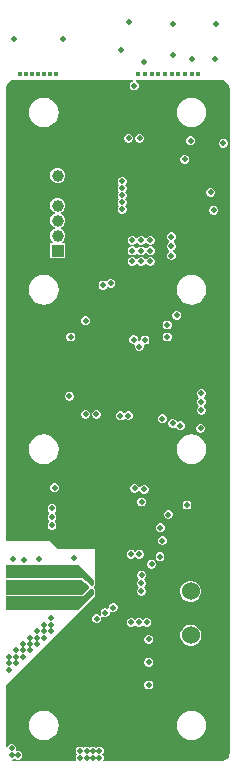
<source format=gbr>
%FSTAX26Y26*%
%MOMM*%
%SFA1B1*%

%IPPOS*%
%ADD47C,0.999998*%
%ADD48R,0.999998X0.999998*%
%ADD49C,0.399999*%
%ADD50C,0.499999*%
%ADD51C,0.507999*%
%ADD52C,1.523997*%
%LNpcb_copper_signal_1-1*%
%LPD*%
G36*
X06434378Y17043374D02*
X07747Y15730778D01*
X07746974Y15340965*
X0757113Y15278455*
X07451953Y15290647*
X07430058Y15331236*
X0741238Y15373883*
X07405547Y15376728*
X07402017Y15383256*
X06792417Y15879953*
X06748195Y15893186*
X067056Y15910839*
X00287959Y15910864*
Y170434*
X06434378Y17043374*
G37*
G36*
X067056Y157734D02*
X073152Y15276677D01*
Y14975255*
X06731Y145034*
X00287959*
Y157734*
X067056*
G37*
G36*
X07747Y14910409D02*
Y14520595D01*
X06459778Y132334*
X00287959Y13233374*
Y14365909*
X06731Y14365935*
X06773367Y14383486*
X0681736Y1439644*
X0740156Y14868296*
X07405268Y14875078*
X0741238Y1487805*
X07429931Y14920417*
X07451877Y14960701*
X07571181Y14972893*
X07747Y14910409*
G37*
G36*
X05043881Y58068006D02*
X1103282D01*
X11058093Y57941006*
X10962436Y57901408*
X10856366Y57795337*
X10798987Y5765678*
Y57506793*
X10856366Y57368236*
X10962436Y57262166*
X11100993Y57204787*
X1125098*
X11389537Y57262166*
X11495608Y57368236*
X11552986Y57506793*
Y5765678*
X11495608Y57795337*
X11389537Y57901408*
X11293881Y57941006*
X11319154Y58068006*
X18528995*
Y58066609*
X18720409Y58041413*
X18898793Y57967524*
X19051981Y57849998*
X19169532Y57696785*
X19243421Y57518427*
X19268617Y57326987*
X19270014*
Y01126998*
X19268617*
X19243421Y00935558*
X19169532Y00757174*
X19051981Y00603986*
X18898793Y00486435*
X18720409Y00412546*
X18528995Y0038735*
Y00385978*
X08603462*
X08540673Y00512978*
X08581186Y00610793*
Y0076078*
X08523808Y00899337*
X08445246Y009779*
X08523808Y01056436*
X08581186Y01194993*
Y0134498*
X08523808Y01483537*
X08417737Y01589608*
X0827918Y01646986*
X08129193*
X07990636Y01589608*
X079375Y01536446*
X07884337Y01589608*
X0774578Y01646986*
X07595793*
X07457236Y01589608*
X074041Y01536446*
X07350937Y01589608*
X0721238Y01646986*
X07062393*
X06923836Y01589608*
X068707Y01536446*
X06817537Y01589608*
X0667898Y01646986*
X06528993*
X06390436Y01589608*
X06284366Y01483537*
X06226987Y0134498*
Y01194993*
X06284366Y01056436*
X06362928Y009779*
X06284366Y00899337*
X06226987Y0076078*
Y00610793*
X062675Y00512978*
X06204712Y00385978*
X01028979*
Y0038735*
X00854075Y00410387*
X00861898Y00529945*
X00865225Y00538556*
X01000937Y00594766*
X010541Y00647928*
X01107236Y00594766*
X01245793Y00537387*
X0139578*
X01534337Y00594766*
X01640408Y00700836*
X01697786Y00839393*
Y0098938*
X01640408Y01127937*
X01534337Y01234008*
X0139578Y01291386*
X01245793*
X01150162Y01389227*
X01164386Y01423593*
Y0157358*
X01107008Y01712137*
X01000937Y01818208*
X0086238Y01875586*
X00712393*
X00573836Y01818208*
X00467766Y01712137*
X00410387Y0157358*
X00287959Y01584629*
Y06867169*
X0657799Y131572*
X07655128Y14234337*
X07655737Y14234566*
X07761808Y14340636*
X07762036Y14341246*
X0784418Y1442339*
X07884464Y14520595*
X07884439*
Y14910409*
X07872704Y14938756*
X07871129Y14969439*
X07853349Y14985466*
X0784418Y15007615*
X07815808Y1501935*
X07793024Y15039924*
X07741335Y15058288*
Y15193086*
X07793024Y1521145*
X07815808Y15232024*
X0784418Y15243759*
X07853349Y15265882*
X07871129Y15281935*
X07872704Y15312618*
X07884439Y15340965*
X07884464Y15730778*
X07874Y15756051*
Y183642*
X046736Y18364174*
X040132Y190246*
X00287959*
Y57326987*
X00289356*
X00314553Y57518427*
X00388442Y57696785*
X00505993Y57849998*
X0065918Y57967524*
X00837565Y58041413*
X01028979Y58066609*
Y58068006*
X01043889*
X01043914*
X05043881*
G37*
%LNpcb_copper_signal_1-2*%
%LPC*%
G36*
X16028974Y56591809D02*
X15701619Y56548705D01*
X15396565Y56422366*
X15134615Y5622135*
X14933625Y559594*
X1480726Y55654346*
X14764156Y55326991*
X1480726Y54999636*
X14933625Y54694582*
X15134615Y54432606*
X15396565Y54231616*
X15701619Y54105276*
X16028974Y54062172*
X16356355Y54105276*
X16661409Y54231616*
X16923359Y54432606*
X17124349Y54694582*
X17250714Y54999636*
X17293818Y55326991*
X17250714Y55654346*
X17124349Y559594*
X16923359Y5622135*
X16661409Y56422366*
X16356355Y56548705*
X16028974Y56591809*
G37*
G36*
X03528999D02*
X03201619Y56548705D01*
X02896565Y56422366*
X02634615Y5622135*
X02433624Y559594*
X02307259Y55654346*
X02264156Y55326991*
X02307259Y54999636*
X02433624Y54694582*
X02634615Y54432606*
X02896565Y54231616*
X03201619Y54105276*
X03528999Y54062172*
X03856355Y54105276*
X04161409Y54231616*
X04423359Y54432606*
X04624349Y54694582*
X04750714Y54999636*
X04793818Y55326991*
X04750714Y55654346*
X04624349Y559594*
X04423359Y5622135*
X04161409Y56422366*
X03856355Y56548705*
X03528999Y56591809*
G37*
G36*
X1170818Y53513786D02*
X11558193D01*
X11419636Y53456408*
X11313566Y53350337*
X11256187Y5321178*
Y53061793*
X11313566Y52923236*
X11419636Y52817166*
X11558193Y52759787*
X1170818*
X11846737Y52817166*
X11952808Y52923236*
X12010186Y53061793*
Y5321178*
X11952808Y53350337*
X11846737Y53456408*
X1170818Y53513786*
G37*
G36*
X1076838D02*
X10618393D01*
X10479836Y53456408*
X10373766Y53350337*
X10316387Y5321178*
Y53061793*
X10373766Y52923236*
X10479836Y52817166*
X10618393Y52759787*
X1076838*
X10906937Y52817166*
X11013008Y52923236*
X11070386Y53061793*
Y5321178*
X11013008Y53350337*
X10906937Y53456408*
X1076838Y53513786*
G37*
G36*
X1602618Y53310586D02*
X15876193D01*
X15737636Y53253208*
X15631566Y53147137*
X15574187Y5300858*
Y52858593*
X15631566Y52720036*
X15737636Y52613966*
X15876193Y52556587*
X1602618*
X16164737Y52613966*
X16270808Y52720036*
X16328186Y52858593*
Y5300858*
X16270808Y53147137*
X16164737Y53253208*
X1602618Y53310586*
G37*
G36*
X1879478Y53107386D02*
X18644793D01*
X18506236Y53050008*
X18400166Y52943937*
X18342787Y5280538*
Y52655393*
X18400166Y52516836*
X18506236Y52410766*
X18644793Y52353387*
X1879478*
X18933337Y52410766*
X19039408Y52516836*
X19096786Y52655393*
Y5280538*
X19039408Y52943937*
X18933337Y53050008*
X1879478Y53107386*
G37*
G36*
X1554358Y51735786D02*
X15393593D01*
X15255036Y51678408*
X15148966Y51572337*
X15091587Y5143378*
Y51283793*
X15148966Y51145236*
X15255036Y51039166*
X15393593Y50981787*
X1554358*
X15682137Y51039166*
X15788208Y51145236*
X15845586Y51283793*
Y5143378*
X15788208Y51572337*
X15682137Y51678408*
X1554358Y51735786*
G37*
G36*
X04823714Y50614173D02*
X0457426D01*
X04343806Y5051872*
X04167454Y50342342*
X04071975Y50111888*
Y4986246*
X04167454Y49632006*
X04343806Y49455628*
X0457426Y49360175*
X04823714*
X05054168Y49455628*
X0523052Y49632006*
X05325999Y4986246*
Y50111888*
X0523052Y50342342*
X05054168Y5051872*
X04823714Y50614173*
G37*
G36*
X1772798Y48941786D02*
X17577993D01*
X17439436Y48884408*
X17333366Y48778337*
X17275987Y4863978*
Y48489793*
X17333366Y48351236*
X17439436Y48245166*
X17577993Y48187787*
X1772798*
X17866537Y48245166*
X17972608Y48351236*
X18029986Y48489793*
Y4863978*
X17972608Y48778337*
X17866537Y48884408*
X1772798Y48941786*
G37*
G36*
X1023498Y49881586D02*
X10084993D01*
X09946436Y49824208*
X09840366Y49718137*
X09782987Y4957958*
Y49429593*
X09840366Y49291036*
X09925278Y4920615*
X09840366Y49121237*
X09782987Y4898268*
Y48832693*
X09840366Y48694136*
X09925278Y4860925*
X09840366Y48524337*
X09782987Y4838578*
Y48235793*
X09840366Y48097236*
X09925278Y4801235*
X09840366Y47927437*
X09782987Y4778888*
Y47638893*
X09840366Y47500336*
X09925278Y4741545*
X09840366Y47330537*
X09782987Y4719198*
Y47041993*
X09840366Y46903436*
X09946436Y46797366*
X10084993Y46739987*
X1023498*
X10373537Y46797366*
X10479608Y46903436*
X10536986Y47041993*
Y4719198*
X10479608Y47330537*
X10394696Y4741545*
X10479608Y47500336*
X10536986Y47638893*
Y4778888*
X10479608Y47927437*
X10394696Y4801235*
X10479608Y48097236*
X10536986Y48235793*
Y4838578*
X10479608Y48524337*
X10394696Y4860925*
X10479608Y48694136*
X10536986Y48832693*
Y4898268*
X10479608Y49121237*
X10394696Y4920615*
X10479608Y49291036*
X10536986Y49429593*
Y4957958*
X10479608Y49718137*
X10373537Y49824208*
X1023498Y49881586*
G37*
G36*
X1798198Y47443186D02*
X17831993D01*
X17693436Y47385808*
X17587366Y47279737*
X17529987Y4714118*
Y46991193*
X17587366Y46852636*
X17693436Y46746566*
X17831993Y46689187*
X1798198*
X18120537Y46746566*
X18226608Y46852636*
X18283986Y46991193*
Y4714118*
X18226608Y47279737*
X18120537Y47385808*
X1798198Y47443186*
G37*
G36*
X1262258Y44877786D02*
X12472593D01*
X12334036Y44820408*
X12227966Y44714337*
X12222607Y44701409*
X12085167*
X12079808Y44714337*
X11973737Y44820408*
X1183518Y44877786*
X11685193*
X11546636Y44820408*
X11450955Y44724726*
X113792Y44719138*
X11307419Y44724726*
X11211737Y44820408*
X1107318Y44877786*
X10923193*
X10784636Y44820408*
X10678566Y44714337*
X10621187Y4457578*
Y44425793*
X10678566Y44287236*
X10784636Y44181166*
X10923193Y44123787*
X1107318*
X11211737Y44181166*
X11307419Y44276848*
X113792Y44282436*
X11450955Y44276848*
X11546636Y44181166*
X11685193Y44123787*
X1183518*
X11973737Y44181166*
X12079808Y44287236*
X12085167Y44300165*
X12222607*
X12227966Y44287236*
X12334036Y44181166*
X12472593Y44123787*
X1262258*
X12761137Y44181166*
X12867208Y44287236*
X12924586Y44425793*
Y4457578*
X12867208Y44714337*
X12761137Y44820408*
X1262258Y44877786*
G37*
G36*
Y43988786D02*
X12472593D01*
X12334036Y43931408*
X12227966Y43825337*
X12223826Y4381533*
X12086361*
X12084786Y4381914*
X11978741Y43925185*
X11840184Y43982589*
X11690197*
X1155164Y43925185*
X11454231Y43827801*
X11360505Y43823255*
X11317782Y43825337*
X11211737Y43931408*
X1107318Y43988786*
X10923193*
X10784636Y43931408*
X10678566Y43825337*
X10621187Y4368678*
Y43536793*
X10678566Y43398236*
X10784636Y43292166*
X10923193Y43234787*
X1107318*
X11211737Y43292166*
X11309146Y43389575*
X11402898Y43394096*
X11445595Y43392039*
X1155164Y43285994*
X11690197Y4322859*
X11840184*
X11978741Y43285994*
X12084786Y43392039*
X12088926Y43402046*
X12226417*
X12227966Y43398236*
X12334036Y43292166*
X12472593Y43234787*
X1262258*
X12761137Y43292166*
X12867208Y43398236*
X12924586Y43536793*
Y4368678*
X12867208Y43825337*
X12761137Y43931408*
X1262258Y43988786*
G37*
G36*
X04823714Y48074199D02*
X0457426D01*
X04343806Y4797872*
X04167454Y47802342*
X04071975Y47571914*
Y4732246*
X04167454Y47092006*
X04343806Y46915628*
X04427651Y46880907*
Y46743467*
X04343806Y4670872*
X04167454Y46532368*
X04071975Y46301914*
Y4605246*
X04167454Y45822006*
X04343806Y45645654*
X04427651Y45610907*
Y45473467*
X04343806Y4543872*
X04167454Y45262342*
X04071975Y45031914*
Y4478246*
X04167454Y44552006*
X04328287Y44391199*
X04315587Y44317869*
X04289348Y44264199*
X04071975*
Y43010175*
X05325999*
Y44264199*
X05108625*
X05082387Y44317869*
X05069687Y44391199*
X0523052Y44552006*
X05325999Y4478246*
Y45031914*
X0523052Y45262342*
X05054168Y4543872*
X04970322Y45473467*
Y45610907*
X05054168Y45645654*
X0523052Y45822006*
X05325999Y4605246*
Y46301914*
X0523052Y46532368*
X05054168Y4670872*
X04970322Y46743467*
Y46880907*
X05054168Y46915628*
X0523052Y47092006*
X05325999Y4732246*
Y47571914*
X0523052Y47802342*
X05054168Y4797872*
X04823714Y48074199*
G37*
G36*
X1262258Y43099786D02*
X12472593D01*
X12334036Y43042408*
X12227966Y42936337*
X12222607Y42923409*
X12085167*
X12079808Y42936337*
X11973737Y43042408*
X1183518Y43099786*
X11685193*
X11546636Y43042408*
X11450955Y42946726*
X113792Y42941138*
X11307419Y42946726*
X11211737Y43042408*
X1107318Y43099786*
X10923193*
X10784636Y43042408*
X10678566Y42936337*
X10621187Y4279778*
Y42647793*
X10678566Y42509236*
X10784636Y42403166*
X10923193Y42345787*
X1107318*
X11211737Y42403166*
X11307419Y42498848*
X113792Y42504436*
X11450955Y42498848*
X11546636Y42403166*
X11685193Y42345787*
X1183518*
X11973737Y42403166*
X12079808Y42509236*
X12085167Y42522165*
X12222607*
X12227966Y42509236*
X12334036Y42403166*
X12472593Y42345787*
X1262258*
X12761137Y42403166*
X12867208Y42509236*
X12924586Y42647793*
Y4279778*
X12867208Y42936337*
X12761137Y43042408*
X1262258Y43099786*
G37*
G36*
X1440058Y45182586D02*
X14250593D01*
X14112036Y45125208*
X14005966Y45019137*
X13948587Y4488058*
Y44730593*
X14005966Y44592036*
X14112036Y44485966*
X14124965Y44480607*
Y44343167*
X14112036Y44337808*
X14005966Y44231737*
X13948587Y4409318*
Y43943193*
X14005966Y43804636*
X14112036Y43698566*
X14155648Y43680507*
Y43543067*
X14112036Y43525008*
X14005966Y43418937*
X13948587Y4328038*
Y43130393*
X14005966Y42991836*
X14112036Y42885766*
X14250593Y42828387*
X1440058*
X14539137Y42885766*
X14645208Y42991836*
X14702586Y43130393*
Y4328038*
X14645208Y43418937*
X14539137Y43525008*
X14495526Y43543067*
Y43680507*
X14539137Y43698566*
X14645208Y43804636*
X14702586Y43943193*
Y4409318*
X14645208Y44231737*
X14539137Y44337808*
X14526209Y44343167*
Y44480607*
X14539137Y44485966*
X14645208Y44592036*
X14702586Y44730593*
Y4488058*
X14645208Y45019137*
X14539137Y45125208*
X1440058Y45182586*
G37*
G36*
X0926978Y41245586D02*
X09119793D01*
X08981236Y41188208*
X08875166Y41082137*
X08865692Y41059227*
X08857284Y4105755*
X08722817Y41046196*
X0860938Y41093186*
X08459393*
X08320836Y41035808*
X08214766Y40929737*
X08157387Y4079118*
Y40641193*
X08214766Y40502636*
X08320836Y40396566*
X08459393Y40339187*
X0860938*
X08747937Y40396566*
X08854008Y40502636*
X08863482Y40525547*
X08871889Y40527224*
X09006357Y40538577*
X09119793Y40491587*
X0926978*
X09408337Y40548966*
X09514408Y40655036*
X09571786Y40793593*
Y4094358*
X09514408Y41082137*
X09408337Y41188208*
X0926978Y41245586*
G37*
G36*
X16028974Y41591814D02*
X15701619Y4154871D01*
X15396565Y41422345*
X15134615Y41221355*
X14933625Y40959405*
X1480726Y40654351*
X14764156Y40326995*
X1480726Y39999615*
X14933625Y39694586*
X15134615Y39432636*
X15396565Y3923162*
X15701619Y39105255*
X16028974Y39062177*
X16356355Y39105255*
X16661409Y3923162*
X16923359Y39432636*
X17124349Y39694586*
X17250714Y39999615*
X17293818Y40326995*
X17250714Y40654351*
X17124349Y40959405*
X16923359Y41221355*
X16661409Y41422345*
X16356355Y4154871*
X16028974Y41591814*
G37*
G36*
X03528999D02*
X03201619Y4154871D01*
X02896565Y41422345*
X02634615Y41221355*
X02433624Y40959405*
X02307259Y40654351*
X02264156Y40326995*
X02307259Y39999615*
X02433624Y39694586*
X02634615Y39432636*
X02896565Y3923162*
X03201619Y39105255*
X03528999Y39062177*
X03856355Y39105255*
X04161409Y3923162*
X04423359Y39432636*
X04624349Y39694586*
X04750714Y39999615*
X04793818Y40326995*
X04750714Y40654351*
X04624349Y40959405*
X04423359Y41221355*
X04161409Y41422345*
X03856355Y4154871*
X03528999Y41591814*
G37*
G36*
X1485778Y38527786D02*
X14707793D01*
X14569236Y38470408*
X14463166Y38364337*
X14405787Y3822578*
Y38075793*
X14463166Y37937236*
X14569236Y37831166*
X14707793Y37773787*
X1485778*
X14996337Y37831166*
X15102408Y37937236*
X15159786Y38075793*
Y3822578*
X15102408Y38364337*
X14996337Y38470408*
X1485778Y38527786*
G37*
G36*
X0713618Y38070586D02*
X06986193D01*
X06847636Y38013208*
X06741566Y37907137*
X06684187Y3776858*
Y37618593*
X06741566Y37480036*
X06847636Y37373966*
X06986193Y37316587*
X0713618*
X07274737Y37373966*
X07380808Y37480036*
X07438186Y37618593*
Y3776858*
X07380808Y37907137*
X07274737Y38013208*
X0713618Y38070586*
G37*
G36*
X1404498Y37714986D02*
X13894993D01*
X13756436Y37657608*
X13650366Y37551537*
X13592987Y3741298*
Y37262993*
X13650366Y37124436*
X13756436Y37018366*
X13894993Y36960987*
X1404498*
X14183537Y37018366*
X14289608Y37124436*
X14346986Y37262993*
Y3741298*
X14289608Y37551537*
X14183537Y37657608*
X1404498Y37714986*
G37*
G36*
Y36698986D02*
X13894993D01*
X13756436Y36641608*
X13650366Y36535537*
X13592987Y3639698*
Y36246993*
X13650366Y36108436*
X13756436Y36002366*
X13894993Y35944987*
X1404498*
X14183537Y36002366*
X14289608Y36108436*
X14346986Y36246993*
Y3639698*
X14289608Y36535537*
X14183537Y36641608*
X1404498Y36698986*
G37*
G36*
X0589158D02*
X05741593D01*
X05603036Y36641608*
X05496966Y36535537*
X05439587Y3639698*
Y36246993*
X05496966Y36108436*
X05603036Y36002366*
X05741593Y35944987*
X0589158*
X06030137Y36002366*
X06136208Y36108436*
X06193586Y36246993*
Y3639698*
X06136208Y36535537*
X06030137Y36641608*
X0589158Y36698986*
G37*
G36*
X1122558Y36470386D02*
X11075593D01*
X10937036Y36413008*
X10830966Y36306937*
X10773587Y3616838*
Y36018393*
X10830966Y35879836*
X10937036Y35773766*
X11075593Y35716387*
X11148085*
X1123447Y3559307*
X11230787Y3558418*
Y35434193*
X11288166Y35295636*
X11394236Y35189566*
X11532793Y35132187*
X1168278*
X11821337Y35189566*
X11927408Y35295636*
X11984786Y35434193*
Y35573665*
X11988698Y35588676*
X12078004Y35690987*
X1216538*
X12303937Y35748366*
X12410008Y35854436*
X12467386Y35992993*
Y3614298*
X12410008Y36281537*
X12303937Y36387608*
X1216538Y36444986*
X12015393*
X11876836Y36387608*
X11770766Y36281537*
X11713387Y3614298*
Y36102467*
X11604498Y35994162*
X11527586Y36018393*
Y3616838*
X11470208Y36306937*
X11364137Y36413008*
X1122558Y36470386*
G37*
G36*
X0576458Y31695186D02*
X05614593D01*
X05476036Y31637808*
X05369966Y31531737*
X05312587Y3139318*
Y31243193*
X05369966Y31104636*
X05476036Y30998566*
X05614593Y30941187*
X0576458*
X05903137Y30998566*
X06009208Y31104636*
X06066586Y31243193*
Y3139318*
X06009208Y31531737*
X05903137Y31637808*
X0576458Y31695186*
G37*
G36*
X10762589Y30038395D02*
X10612602D01*
X10474045Y29981017*
X10420756Y29927727*
X10358348Y29879442*
X10254818Y29927727*
X10221137Y29961408*
X1008258Y30018786*
X09932593*
X09794036Y29961408*
X09687966Y29855337*
X09630587Y2971678*
Y29566793*
X09687966Y29428236*
X09794036Y29322166*
X09932593Y29264787*
X1008258*
X10221137Y29322166*
X10274427Y29375481*
X10336834Y29423741*
X10440365Y29375481*
X10474045Y293418*
X10612602Y29284396*
X10762589*
X10901146Y293418*
X11007217Y29447845*
X11064595Y29586402*
Y29736389*
X11007217Y29874946*
X10901146Y29981017*
X10762589Y30038395*
G37*
G36*
X1694058Y31923786D02*
X16790593D01*
X16652036Y31866408*
X16545966Y31760337*
X16488587Y3162178*
Y31471793*
X16545966Y31333236*
X16605732Y3127347*
X16637939Y311912*
X16605732Y31108904*
X16545966Y31049137*
X16488587Y3091058*
Y30760593*
X16545966Y30622036*
X16605732Y3056227*
X16637939Y3048*
X16605732Y30397704*
X16545966Y30337937*
X16488587Y3019938*
Y30049393*
X16545966Y29910836*
X16652036Y29804766*
X16790593Y29747387*
X1694058*
X17079137Y29804766*
X17185208Y29910836*
X17242586Y30049393*
Y3019938*
X17185208Y30337937*
X17125442Y30397704*
X17093234Y3048*
X17125442Y3056227*
X17185208Y30622036*
X17242586Y30760593*
Y3091058*
X17185208Y31049137*
X17125442Y31108904*
X17093234Y311912*
X17125442Y3127347*
X17185208Y31333236*
X17242586Y31471793*
Y3162178*
X17185208Y31760337*
X17079137Y31866408*
X1694058Y31923786*
G37*
G36*
X0805058Y30145786D02*
X07900593D01*
X07762036Y30088408*
X07655966Y29982337*
X07598587Y2984378*
Y29693793*
X07655966Y29555236*
X07762036Y29449166*
X07900593Y29391787*
X0805058*
X08189137Y29449166*
X08295208Y29555236*
X08352586Y29693793*
Y2984378*
X08295208Y29982337*
X08189137Y30088408*
X0805058Y30145786*
G37*
G36*
X0713618D02*
X06986193D01*
X06847636Y30088408*
X06741566Y29982337*
X06684187Y2984378*
Y29693793*
X06741566Y29555236*
X06847636Y29449166*
X06986193Y29391787*
X0713618*
X07274737Y29449166*
X07380808Y29555236*
X07438186Y29693793*
Y2984378*
X07380808Y29982337*
X07274737Y30088408*
X0713618Y30145786*
G37*
G36*
X1363858Y29764786D02*
X13488593D01*
X13350036Y29707408*
X13243966Y29601337*
X13186587Y2946278*
Y29312793*
X13243966Y29174236*
X13350036Y29068166*
X13488593Y29010787*
X1363858*
X13777137Y29068166*
X13883208Y29174236*
X13940586Y29312793*
Y2946278*
X13883208Y29601337*
X13777137Y29707408*
X1363858Y29764786*
G37*
G36*
X1452758Y29383786D02*
X14377593D01*
X14239036Y29326408*
X14132966Y29220337*
X14075587Y2908178*
Y28931793*
X14132966Y28793236*
X14239036Y28687166*
X14377593Y28629787*
X1452758*
X14666137Y28687166*
X14762302Y28603727*
X14767966Y28590036*
X14874036Y28483966*
X15012593Y28426587*
X1516258*
X15301137Y28483966*
X15407208Y28590036*
X15464586Y28728593*
Y2887858*
X15407208Y29017137*
X15301137Y29123208*
X1516258Y29180586*
X15012593*
X14874036Y29123208*
X14777872Y29206647*
X14772208Y29220337*
X14666137Y29326408*
X1452758Y29383786*
G37*
G36*
X16869359Y28951986D02*
X16719346D01*
X16580789Y28894608*
X16474744Y28788537*
X16417366Y2864998*
Y28499993*
X16474744Y28361436*
X16580789Y28255366*
X16719346Y28197987*
X16869359*
X17007916Y28255366*
X17113961Y28361436*
X17171365Y28499993*
Y2864998*
X17113961Y28788537*
X17007916Y28894608*
X16869359Y28951986*
G37*
G36*
X16028974Y28091815D02*
X15701619Y28048712D01*
X15396565Y27922347*
X15134615Y27721356*
X14933625Y27459406*
X1480726Y27154352*
X14764156Y26826997*
X1480726Y26499616*
X14933625Y26194588*
X15134615Y25932638*
X15396565Y25731622*
X15701619Y25605257*
X16028974Y25562179*
X16356355Y25605257*
X16661409Y25731622*
X16923359Y25932638*
X17124349Y26194588*
X17250714Y26499616*
X17293818Y26826997*
X17250714Y27154352*
X17124349Y27459406*
X16923359Y27721356*
X16661409Y27922347*
X16356355Y28048712*
X16028974Y28091815*
G37*
G36*
X03528999D02*
X03201619Y28048712D01*
X02896565Y27922347*
X02634615Y27721356*
X02433624Y27459406*
X02307259Y27154352*
X02264156Y26826997*
X02307259Y26499616*
X02433624Y26194588*
X02634615Y25932638*
X02896565Y25731622*
X03201619Y25605257*
X03528999Y25562179*
X03856355Y25605257*
X04161409Y25731622*
X04423359Y25932638*
X04624349Y26194588*
X04750714Y26499616*
X04793818Y26826997*
X04750714Y27154352*
X04624349Y27459406*
X04423359Y27721356*
X04161409Y27922347*
X03856355Y28048712*
X03528999Y28091815*
G37*
G36*
X0451998Y23922786D02*
X04369993D01*
X04231436Y23865408*
X04125366Y23759337*
X04067987Y2362078*
Y23470793*
X04125366Y23332236*
X04231436Y23226166*
X04369993Y23168787*
X0451998*
X04658537Y23226166*
X04764608Y23332236*
X04821986Y23470793*
Y2362078*
X04764608Y23759337*
X04658537Y23865408*
X0451998Y23922786*
G37*
G36*
X1127638Y23871986D02*
X11126393D01*
X10987836Y23814608*
X10881766Y23708537*
X10824387Y2356998*
Y23419993*
X10881766Y23281436*
X10987836Y23175366*
X11126393Y23117987*
X1127638*
X11414937Y23175366*
X11521008Y23281436*
X11523268Y23286948*
X11660733*
X11694566Y23205236*
X11800636Y23099166*
X11939193Y23041787*
X1208918*
X12227737Y23099166*
X12333808Y23205236*
X12391186Y23343793*
Y2349378*
X12333808Y23632337*
X12227737Y23738408*
X1208918Y23795786*
X11939193*
X11800636Y23738408*
X11694566Y23632337*
X11692305Y23626826*
X11554841*
X11521008Y23708537*
X11414937Y23814608*
X1127638Y23871986*
G37*
G36*
X1188598Y22728986D02*
X11735993D01*
X11597436Y22671608*
X11491366Y22565537*
X11433987Y2242698*
Y22276993*
X11491366Y22138436*
X11597436Y22032366*
X11735993Y21974987*
X1188598*
X12024537Y22032366*
X12130608Y22138436*
X12187986Y22276993*
Y2242698*
X12130608Y22565537*
X12024537Y22671608*
X1188598Y22728986*
G37*
G36*
X1572138Y22474986D02*
X15571393D01*
X15432836Y22417608*
X15326766Y22311537*
X15269387Y2217298*
Y22022993*
X15326766Y21884436*
X15432836Y21778366*
X15571393Y21720987*
X1572138*
X15859937Y21778366*
X15966008Y21884436*
X16023386Y22022993*
Y2217298*
X15966008Y22311537*
X15859937Y22417608*
X1572138Y22474986*
G37*
G36*
X1414658Y21662186D02*
X13996593D01*
X13858036Y21604808*
X13751966Y21498737*
X13694587Y2136018*
Y21210193*
X13751966Y21071636*
X13858036Y20965566*
X13996593Y20908187*
X1414658*
X14285137Y20965566*
X14391208Y21071636*
X14448586Y21210193*
Y2136018*
X14391208Y21498737*
X14285137Y21604808*
X1414658Y21662186*
G37*
G36*
X0429138Y22195586D02*
X04141393D01*
X04002836Y22138208*
X03896766Y22032137*
X03839387Y2189358*
Y21743593*
X03896766Y21605036*
X03992448Y21509355*
X03998036Y214376*
X03992448Y21365819*
X03896766Y21270137*
X03839387Y2113158*
Y20981593*
X03896766Y20843036*
X03943146Y20796656*
X03989755Y207137*
X03943146Y20630718*
X03896766Y20584337*
X03839387Y2044578*
Y20295793*
X03896766Y20157236*
X04002836Y20051166*
X04141393Y19993787*
X0429138*
X04429937Y20051166*
X04536008Y20157236*
X04593386Y20295793*
Y2044578*
X04536008Y20584337*
X04489627Y20630718*
X04443018Y207137*
X04489627Y20796656*
X04536008Y20843036*
X04593386Y20981593*
Y2113158*
X04536008Y21270137*
X04440326Y21365819*
X04434738Y214376*
X04440326Y21509355*
X04536008Y21605036*
X04593386Y21743593*
Y2189358*
X04536008Y22032137*
X04429937Y22138208*
X0429138Y22195586*
G37*
G36*
X1346078Y20544586D02*
X13310793D01*
X13172236Y20487208*
X13066166Y20381137*
X13008787Y2024258*
Y20092593*
X13066166Y19954036*
X13172236Y19847966*
X13310793Y19790587*
X1346078*
X13599337Y19847966*
X13705408Y19954036*
X13762786Y20092593*
Y2024258*
X13705408Y20381137*
X13599337Y20487208*
X1346078Y20544586*
G37*
G36*
X1363858Y19452386D02*
X13488593D01*
X13350036Y19395008*
X13243966Y19288937*
X13186587Y1915038*
Y19000393*
X13243966Y18861836*
X13350036Y18755766*
X13488593Y18698387*
X1363858*
X13777137Y18755766*
X13883208Y18861836*
X13940586Y19000393*
Y1915038*
X13883208Y19288937*
X13777137Y19395008*
X1363858Y19452386*
G37*
G36*
X1168278Y18309386D02*
X11532793D01*
X11394236Y18252008*
X11347856Y18205627*
X112649Y18159018*
X11181918Y18205627*
X11135537Y18252008*
X1099698Y18309386*
X10846993*
X10708436Y18252008*
X10602366Y18145937*
X10544987Y1800738*
Y17857393*
X10602366Y17718836*
X10708436Y17612766*
X10846993Y17555387*
X1099698*
X11135537Y17612766*
X11181918Y17659146*
X112649Y17705755*
X11347856Y17659146*
X11394236Y17612766*
X11532793Y17555387*
X1168278*
X11821337Y17612766*
X11927408Y17718836*
X11984786Y17857393*
Y1800738*
X11927408Y18145937*
X11821337Y18252008*
X1168278Y18309386*
G37*
G36*
X1343538Y18080786D02*
X13285393D01*
X13146836Y18023408*
X13040766Y17917337*
X12983387Y1777878*
Y17628793*
X13040766Y17490236*
X13146836Y17384166*
X13285393Y17326787*
X1343538*
X13573937Y17384166*
X13680008Y17490236*
X13737386Y17628793*
Y1777878*
X13680008Y17917337*
X13573937Y18023408*
X1343538Y18080786*
G37*
G36*
X1272418Y17471186D02*
X12574193D01*
X12435636Y17413808*
X12329566Y17307737*
X12272187Y1716918*
Y17019193*
X12329566Y16880636*
X12435636Y16774566*
X12574193Y16717187*
X1272418*
X12862737Y16774566*
X12968808Y16880636*
X13026186Y17019193*
Y1716918*
X12968808Y17307737*
X12862737Y17413808*
X1272418Y17471186*
G37*
G36*
X1188598Y16531386D02*
X11735993D01*
X11597436Y16474008*
X11491366Y16367937*
X11433987Y1622938*
Y16079393*
X11491366Y15940836*
X11525732Y1590647*
X11568455Y15797326*
X11525046Y15741218*
X11465966Y15682137*
X11408587Y1554358*
Y15393593*
X11465966Y15255036*
X11512346Y15208656*
X11558955Y151257*
X11512346Y15042718*
X11465966Y14996337*
X11408587Y1485778*
Y14707793*
X11465966Y14569236*
X11572036Y14463166*
X11710593Y14405787*
X1186058*
X11999137Y14463166*
X12105208Y14569236*
X12162586Y14707793*
Y1485778*
X12105208Y14996337*
X12058827Y15042718*
X12012218Y151257*
X12058827Y15208656*
X12105208Y15255036*
X12162586Y15393593*
Y1554358*
X12105208Y15682137*
X12070842Y15716504*
X12028119Y15825647*
X12071527Y15881756*
X12130608Y15940836*
X12187986Y16079393*
Y1622938*
X12130608Y16367937*
X12024537Y16474008*
X1188598Y16531386*
G37*
G36*
X16068217Y156718D02*
X15834156D01*
X15608046Y15611195*
X15405328Y15494177*
X15239796Y15328646*
X15122779Y15125928*
X150622Y14899817*
Y14665756*
X15122779Y14439646*
X15239796Y14236928*
X15405328Y14071396*
X15608046Y13954379*
X15834156Y138938*
X16068217*
X16294328Y13954379*
X16497046Y14071396*
X16662577Y14236928*
X16779595Y14439646*
X168402Y14665756*
Y14899817*
X16779595Y15125928*
X16662577Y15328646*
X16497046Y15494177*
X16294328Y15611195*
X16068217Y156718*
G37*
G36*
X0947298Y13788186D02*
X09322993D01*
X09184436Y13730808*
X09078366Y13624737*
X09020987Y1348618*
Y13383336*
X08981008Y13347928*
X08911056Y13309904*
X08903665Y13308126*
X0878718Y13356386*
X08637193*
X08498636Y13299008*
X08392566Y13192937*
X08335187Y1305438*
Y12904393*
X08372576Y12814173*
X08373668Y12811455*
X08266023Y12739522*
X08265591Y12739928*
X08214537Y12791008*
X0807598Y12848386*
X07925993*
X07787436Y12791008*
X07681366Y12684937*
X07623987Y1254638*
Y12396393*
X07681366Y12257836*
X07787436Y12151766*
X07925993Y12094387*
X0807598*
X08214537Y12151766*
X08320608Y12257836*
X08377986Y12396393*
Y1254638*
X08340597Y12636601*
X08339505Y12639319*
X08447151Y12711252*
X08447582Y12710845*
X08498636Y12659766*
X08637193Y12602387*
X0878718*
X08925737Y12659766*
X09031808Y12765836*
X09089186Y12904393*
Y13007238*
X09129166Y13042646*
X09199118Y13080669*
X09206509Y13082447*
X09322993Y13034187*
X0947298*
X09611537Y13091566*
X09717608Y13197636*
X09774986Y13336193*
Y1348618*
X09717608Y13624737*
X09611537Y13730808*
X0947298Y13788186*
G37*
G36*
X1231778Y12543586D02*
X12167793D01*
X12029236Y12486208*
X11995556Y12452527*
X119126Y12388342*
X11829618Y12452527*
X11795937Y12486208*
X1165738Y12543586*
X11507393*
X11368836Y12486208*
X11335156Y12452527*
X112522Y12388342*
X11169218Y12452527*
X11135537Y12486208*
X1099698Y12543586*
X10846993*
X10708436Y12486208*
X10602366Y12380137*
X10544987Y1224158*
Y12091593*
X10602366Y11953036*
X10708436Y11846966*
X10846993Y11789587*
X1099698*
X11135537Y11846966*
X11169218Y11880646*
X112522Y11944832*
X11335156Y11880646*
X11368836Y11846966*
X11507393Y11789587*
X1165738*
X11795937Y11846966*
X11829618Y11880646*
X119126Y11944832*
X11995556Y11880646*
X12029236Y11846966*
X12167793Y11789587*
X1231778*
X12456337Y11846966*
X12562408Y11953036*
X12619786Y12091593*
Y1224158*
X12562408Y12380137*
X12456337Y12486208*
X1231778Y12543586*
G37*
G36*
X1249558Y11095786D02*
X12345593D01*
X12207036Y11038408*
X12100966Y10932337*
X12043587Y1079378*
Y10643793*
X12100966Y10505236*
X12207036Y10399166*
X12345593Y10341787*
X1249558*
X12634137Y10399166*
X12740208Y10505236*
X12797586Y10643793*
Y1079378*
X12740208Y10932337*
X12634137Y11038408*
X1249558Y11095786*
G37*
G36*
X16093617Y119634D02*
X15859556D01*
X15633446Y11902795*
X15430728Y11785777*
X15265196Y11620246*
X15148179Y11417528*
X150876Y11191417*
Y10957356*
X15148179Y10731246*
X15265196Y10528528*
X15430728Y10362996*
X15633446Y10245979*
X15859556Y101854*
X16093617*
X16319728Y10245979*
X16522446Y10362996*
X16687977Y10528528*
X16804995Y10731246*
X168656Y10957356*
Y11191417*
X16804995Y11417528*
X16687977Y11620246*
X16522446Y11785777*
X16319728Y11902795*
X16093617Y119634*
G37*
G36*
X1249558Y09165386D02*
X12345593D01*
X12207036Y09108008*
X12100966Y09001937*
X12043587Y0886338*
Y08713393*
X12100966Y08574836*
X12207036Y08468766*
X12345593Y08411387*
X1249558*
X12634137Y08468766*
X12740208Y08574836*
X12797586Y08713393*
Y0886338*
X12740208Y09001937*
X12634137Y09108008*
X1249558Y09165386*
G37*
G36*
Y07234986D02*
X12345593D01*
X12207036Y07177608*
X12100966Y07071537*
X12043587Y0693298*
Y06782993*
X12100966Y06644436*
X12207036Y06538366*
X12345593Y06480987*
X1249558*
X12634137Y06538366*
X12740208Y06644436*
X12797586Y06782993*
Y0693298*
X12740208Y07071537*
X12634137Y07177608*
X1249558Y07234986*
G37*
G36*
X16028974Y04691811D02*
X15701619Y04648708D01*
X15396565Y04522368*
X15134615Y04321352*
X14933625Y04059402*
X1480726Y03754348*
X14764156Y03426993*
X1480726Y03099638*
X14933625Y02794584*
X15134615Y02532634*
X15396565Y02331618*
X15701619Y02205278*
X16028974Y02162175*
X16356355Y02205278*
X16661409Y02331618*
X16923359Y02532634*
X17124349Y02794584*
X17250714Y03099638*
X17293818Y03426993*
X17250714Y03754348*
X17124349Y04059402*
X16923359Y04321352*
X16661409Y04522368*
X16356355Y04648708*
X16028974Y04691811*
G37*
G36*
X03528999D02*
X03201619Y04648708D01*
X02896565Y04522368*
X02634615Y04321352*
X02433624Y04059402*
X02307259Y03754348*
X02264156Y03426993*
X02307259Y03099638*
X02433624Y02794584*
X02634615Y02532634*
X02896565Y02331618*
X03201619Y02205278*
X03528999Y02162175*
X03856355Y02205278*
X04161409Y02331618*
X04423359Y02532634*
X04624349Y02794584*
X04750714Y03099638*
X04793818Y03426993*
X04750714Y03754348*
X04624349Y04059402*
X04423359Y04321352*
X04161409Y04522368*
X03856355Y04648708*
X03528999Y04691811*
G37*
%LNpcb_copper_signal_1-3*%
%LPD*%
G54D47*
X011938Y151384D03*
Y164084D03*
X04699Y449072D03*
Y461772D03*
Y474472D03*
Y48717174D03*
Y49987174D03*
G54D48*
X011938Y138684D03*
X04699Y436372D03*
G54D49*
X15477058Y585724D03*
X16044316D03*
X16611574D03*
X14909774D03*
X14342516D03*
X13775258D03*
X13208D03*
X12640716D03*
X12073458D03*
X115062D03*
X04571974D03*
X04059758D03*
X03547516D03*
X03035274D03*
X02523058D03*
X02010816D03*
X014986D03*
G54D50*
X007874Y009144D03*
X013208D03*
X04112361Y01503857D03*
X06604Y006858D03*
X071374D03*
X076708D03*
X082042D03*
X111252Y02921D03*
Y034544D03*
Y039878D03*
Y045212D03*
X124206Y06858D03*
Y087884D03*
Y107188D03*
X122428Y121666D03*
X115824D03*
X10922D03*
X117856Y147828D03*
Y154686D03*
X11811Y161544D03*
X10199598Y15654578D03*
X126492Y170942D03*
X133604Y177038D03*
X157734Y164084D03*
X163068Y159258D03*
X1524Y10033D03*
Y094742D03*
X157734D03*
X122682Y177038D03*
X116078Y179324D03*
X10922D03*
X12446Y184658D03*
X124714Y189992D03*
X135636Y190754D03*
X133858Y201676D03*
X140716Y212852D03*
X164084Y211836D03*
X18669Y203454D03*
X164338Y228092D03*
X161798Y24003D03*
X156464Y22098D03*
X168656Y24765D03*
X186944Y287528D03*
X168656Y301244D03*
Y308356D03*
Y315468D03*
X16794353Y28575D03*
X135636Y293878D03*
X144526Y290068D03*
X150876Y288036D03*
X12954Y247142D03*
X118618Y264922D03*
X103124Y24989586D03*
X112014Y23495D03*
X120142Y234188D03*
X11811Y22352D03*
X11938Y21717D03*
X116332Y21082D03*
X112268Y207264D03*
X099314Y219202D03*
X087884D03*
X090932Y249936D03*
X07874Y24989586D03*
X066294Y249936D03*
X072644Y242062D03*
X071374Y230378D03*
Y224028D03*
X07239Y202184D03*
X056642Y197612D03*
X060452Y175768D03*
X063246Y16763999D03*
Y161798D03*
Y15494D03*
Y147828D03*
Y14097D03*
X074422Y145542D03*
X070358Y151384D03*
X074422Y156972D03*
X063246Y135128D03*
X071628Y123698D03*
X068072Y104902D03*
X073406Y087376D03*
Y082042D03*
Y076708D03*
Y071374D03*
X079248D03*
Y076708D03*
Y082042D03*
Y087376D03*
X092456Y102616D03*
X099822D03*
X09398Y134112D03*
X087122Y129794D03*
X08001Y124714D03*
X094996Y1495458D03*
Y15654578D03*
X08799576D03*
X094996Y16354577D03*
X085852Y18702604D03*
X042164Y218186D03*
X030988Y222758D03*
X04445Y235458D03*
X042164Y210566D03*
Y203708D03*
X02921Y19304D03*
X03079165Y17520208D03*
X03556Y16763999D03*
X047498Y190246D03*
X03556Y161798D03*
Y15494D03*
Y147828D03*
Y14097D03*
Y135128D03*
X040894Y124968D03*
Y119634D03*
Y1143D03*
X035052Y119634D03*
Y114046D03*
Y108712D03*
X02921D03*
Y114046D03*
Y103378D03*
X023368Y103124D03*
Y09779D03*
X017526D03*
Y103124D03*
Y092456D03*
X011684Y092202D03*
Y09779D03*
X005842Y092202D03*
X023368Y108712D03*
X011684Y086868D03*
X005842D03*
Y081534D03*
X00762Y06604D03*
X01756613Y04374337D03*
X007874Y014986D03*
X06604Y0127D03*
X071374D03*
X076708D03*
X082042D03*
X01883587Y17471186D03*
X00941781Y17498593D03*
X006096Y19304D03*
X018034D03*
X020066Y235458D03*
X04640122Y28489935D03*
X060706Y295656D03*
X070612Y297688D03*
X056896Y313182D03*
X079756Y297688D03*
X100076Y296418D03*
X10687608Y29661408D03*
X107696Y30607D03*
X123698Y3175D03*
X1397Y36322D03*
X168656Y357886D03*
X147828Y381508D03*
X1397Y37338D03*
X13716Y418846D03*
X143256Y418592D03*
X14351Y423926D03*
X143256Y432054D03*
Y440182D03*
Y448056D03*
X145796Y47117D03*
Y477139D03*
Y483108D03*
Y489077D03*
Y495046D03*
X154686Y513588D03*
X17018Y50292D03*
X176276D03*
X17653Y485648D03*
X17907Y470662D03*
X184912Y454152D03*
Y44704D03*
Y439928D03*
Y432816D03*
X1016Y47117D03*
Y477139D03*
Y483108D03*
Y489077D03*
Y495046D03*
X109982Y445008D03*
X117602D03*
X125476D03*
Y436118D03*
X11765178Y43605577D03*
X109982Y436118D03*
Y427228D03*
X117602D03*
X125476D03*
X080518D03*
X085344Y407162D03*
X091948Y408686D03*
X05715Y423672D03*
X065532Y405638D03*
X070612Y376936D03*
X058166Y36322D03*
X056896Y320294D03*
X080264Y362712D03*
X111506Y360934D03*
X120904Y36068D03*
X116078Y355092D03*
X123952Y346202D03*
X024384Y43053D03*
X028702Y462788D03*
X008382Y462534D03*
X015494Y41783D03*
X007366Y369824D03*
X01905Y36449D03*
X005842Y344932D03*
X023876Y34163D03*
X005842Y311658D03*
X00558977Y29224147D03*
X025908Y381762D03*
X024384Y502158D03*
X106934Y531368D03*
X116332D03*
X133604Y541274D03*
X159512Y529336D03*
X187198Y527304D03*
X186944Y574294D03*
X18042178Y5986178D03*
X18092978Y6280818D03*
X16086378Y5986178D03*
X14486178Y6280818D03*
Y6021738D03*
X10726978Y6301138D03*
X10041178Y6064918D03*
X11971578Y5963318D03*
X11176Y575818D03*
X051054Y615188D03*
X009906Y615442D03*
X00889Y574294D03*
G54D51*
X185928Y010922D03*
G54D52*
X16165576Y077486D03*
X159766Y110744D03*
X159512Y147828D03*
X16165576Y18108599D03*
M02*
</source>
